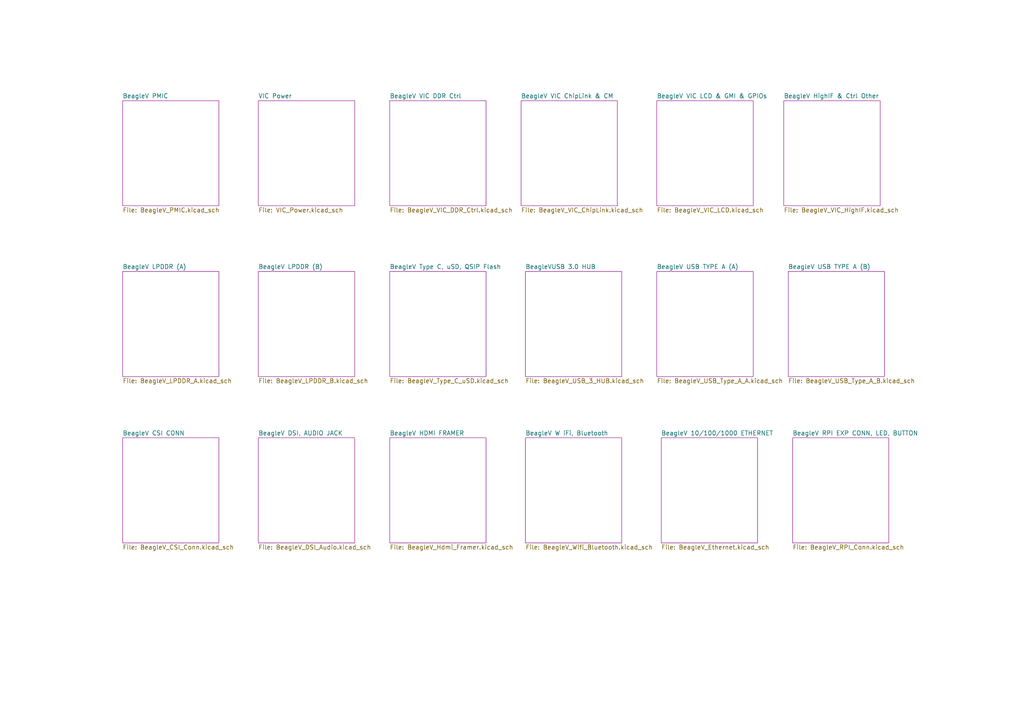
<source format=kicad_sch>
(kicad_sch (version 20210126) (generator eeschema)
  (paper "A4")
  (title_block (title "Beagle V") (date "2021-06-11") (rev "v0.7"))
  (lib_symbols)
  (sheet (at 191.77 127) (size 27.94 30.48) (stroke (width 0.0006) (color 132 0 132 1)) (fill (color 255 255 255 0.0000))
    (property "Sheet name" "BeagleV 10/100/1000 ETHERNET" (at 191.77 126.3643 0) (effects (justify left bottom)))
    (property "Sheet file" "BeagleV_Ethernet.kicad_sch" (at 191.77 157.9887 0) (effects (justify left top)))
  )
  (sheet (at 35.56 127) (size 27.94 30.48) (stroke (width 0.0006) (color 132 0 132 1)) (fill (color 255 255 255 0.0000))
    (property "Sheet name" "BeagleV CSI CONN" (at 35.56 126.3643 0) (effects (justify left bottom)))
    (property "Sheet file" "BeagleV_CSI_Conn.kicad_sch" (at 35.56 157.9887 0) (effects (justify left top)))
  )
  (sheet (at 74.93 127) (size 27.94 30.48) (stroke (width 0.0006) (color 132 0 132 1)) (fill (color 255 255 255 0.0000))
    (property "Sheet name" "BeagleV DSI, AUDIO JACK" (at 74.93 126.3643 0) (effects (justify left bottom)))
    (property "Sheet file" "BeagleV_DSI_Audio.kicad_sch" (at 74.93 157.9887 0) (effects (justify left top)))
  )
  (sheet (at 113.03 127) (size 27.94 30.48) (stroke (width 0.0006) (color 132 0 132 1)) (fill (color 255 255 255 0.0000))
    (property "Sheet name" "BeagleV HDMI FRAMER" (at 113.03 126.3643 0) (effects (justify left bottom)))
    (property "Sheet file" "BeagleV_Hdmi_Framer.kicad_sch" (at 113.03 157.9887 0) (effects (justify left top)))
  )
  (sheet (at 227.33 29.21) (size 27.94 30.48) (stroke (width 0.0006) (color 132 0 132 1)) (fill (color 255 255 255 0.0000))
    (property "Sheet name" "BeagleV HighIF & Ctrl Other" (at 227.33 28.5743 0) (effects (justify left bottom)))
    (property "Sheet file" "BeagleV_VIC_HighIF.kicad_sch" (at 227.33 60.1987 0) (effects (justify left top)))
  )
  (sheet (at 35.56 78.74) (size 27.94 30.48) (stroke (width 0.0006) (color 132 0 132 1)) (fill (color 255 255 255 0.0000))
    (property "Sheet name" "BeagleV LPDDR (A)" (at 35.56 78.1043 0) (effects (justify left bottom)))
    (property "Sheet file" "BeagleV_LPDDR_A.kicad_sch" (at 35.56 109.7287 0) (effects (justify left top)))
  )
  (sheet (at 74.93 78.74) (size 27.94 30.48) (stroke (width 0.0006) (color 132 0 132 1)) (fill (color 255 255 255 0.0000))
    (property "Sheet name" "BeagleV LPDDR (B)" (at 74.93 78.1043 0) (effects (justify left bottom)))
    (property "Sheet file" "BeagleV_LPDDR_B.kicad_sch" (at 74.93 109.7287 0) (effects (justify left top)))
  )
  (sheet (at 35.56 29.21) (size 27.94 30.48) (stroke (width 0.0006) (color 132 0 132 1)) (fill (color 255 255 255 0.0000))
    (property "Sheet name" "BeagleV PMIC" (at 35.56 28.5743 0) (effects (justify left bottom)))
    (property "Sheet file" "BeagleV_PMIC.kicad_sch" (at 35.56 60.1987 0) (effects (justify left top)))
  )
  (sheet (at 229.87 127) (size 27.94 30.48) (stroke (width 0.0006) (color 132 0 132 1)) (fill (color 255 255 255 0.0000))
    (property "Sheet name" "BeagleV RPI EXP CONN, LED, BUTTON" (at 229.87 126.3643 0) (effects (justify left bottom)))
    (property "Sheet file" "BeagleV_RPI_Conn.kicad_sch" (at 229.87 157.9887 0) (effects (justify left top)))
  )
  (sheet (at 113.03 78.74) (size 27.94 30.48) (stroke (width 0.0006) (color 132 0 132 1)) (fill (color 255 255 255 0.0000))
    (property "Sheet name" "BeagleV Type C, uSD, QSIP Flash" (at 113.03 78.1043 0) (effects (justify left bottom)))
    (property "Sheet file" "BeagleV_Type_C_uSD.kicad_sch" (at 113.03 109.7287 0) (effects (justify left top)))
  )
  (sheet (at 190.5 78.74) (size 27.94 30.48) (stroke (width 0.0006) (color 132 0 132 1)) (fill (color 255 255 255 0.0000))
    (property "Sheet name" "BeagleV USB TYPE A (A)" (at 190.5 78.1043 0) (effects (justify left bottom)))
    (property "Sheet file" "BeagleV_USB_Type_A_A.kicad_sch" (at 190.5 109.7287 0) (effects (justify left top)))
  )
  (sheet (at 228.6 78.74) (size 27.94 30.48) (stroke (width 0.0006) (color 132 0 132 1)) (fill (color 255 255 255 0.0000))
    (property "Sheet name" "BeagleV USB TYPE A (B)" (at 228.6 78.1043 0) (effects (justify left bottom)))
    (property "Sheet file" "BeagleV_USB_Type_A_B.kicad_sch" (at 228.6 109.7287 0) (effects (justify left top)))
  )
  (sheet (at 151.13 29.21) (size 27.94 30.48) (stroke (width 0.0006) (color 132 0 132 1)) (fill (color 255 255 255 0.0000))
    (property "Sheet name" "BeagleV VIC ChipLink & CM" (at 151.13 28.5743 0) (effects (justify left bottom)))
    (property "Sheet file" "BeagleV_VIC_ChipLink.kicad_sch" (at 151.13 60.1987 0) (effects (justify left top)))
  )
  (sheet (at 113.03 29.21) (size 27.94 30.48) (stroke (width 0.0006) (color 132 0 132 1)) (fill (color 255 255 255 0.0000))
    (property "Sheet name" "BeagleV VIC DDR Ctrl" (at 113.03 28.5743 0) (effects (justify left bottom)))
    (property "Sheet file" "BeagleV_VIC_DDR_Ctrl.kicad_sch" (at 113.03 60.1987 0) (effects (justify left top)))
  )
  (sheet (at 190.5 29.21) (size 27.94 30.48) (stroke (width 0.0006) (color 132 0 132 1)) (fill (color 255 255 255 0.0000))
    (property "Sheet name" "BeagleV VIC LCD & GMI & GPIOs" (at 190.5 28.5743 0) (effects (justify left bottom)))
    (property "Sheet file" "BeagleV_VIC_LCD.kicad_sch" (at 190.5 60.1987 0) (effects (justify left top)))
  )
  (sheet (at 152.4 127) (size 27.94 30.48) (stroke (width 0.0006) (color 132 0 132 1)) (fill (color 255 255 255 0.0000))
    (property "Sheet name" "BeagleV W iFi, Bluetooth" (at 152.4 126.3643 0) (effects (justify left bottom)))
    (property "Sheet file" "BeagleV_Wifi_Bluetooth.kicad_sch" (at 152.4 157.9887 0) (effects (justify left top)))
  )
  (sheet (at 152.4 78.74) (size 27.94 30.48) (stroke (width 0.0006) (color 132 0 132 1)) (fill (color 255 255 255 0.0000))
    (property "Sheet name" "BeagleVUSB 3.0 HUB" (at 152.4 78.1043 0) (effects (justify left bottom)))
    (property "Sheet file" "BeagleV_USB_3_HUB.kicad_sch" (at 152.4 109.7287 0) (effects (justify left top)))
  )
  (sheet (at 74.93 29.21) (size 27.94 30.48) (stroke (width 0.0006) (color 132 0 132 1)) (fill (color 255 255 255 0.0000))
    (property "Sheet name" "VIC Power" (at 74.93 28.5743 0) (effects (justify left bottom)))
    (property "Sheet file" "VIC_Power.kicad_sch" (at 74.93 60.1987 0) (effects (justify left top)))
  )
)
</source>
